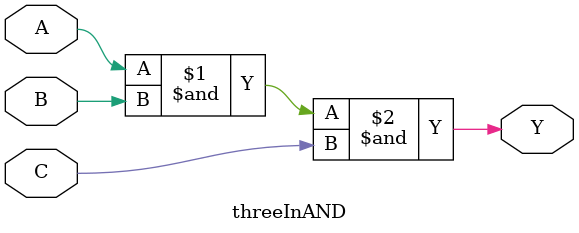
<source format=v>
`timescale 1ns / 1ps

module threeInAND(
	input A,
	input B,
	input C,
	output Y
    );

assign Y = A & B & C;


endmodule

</source>
